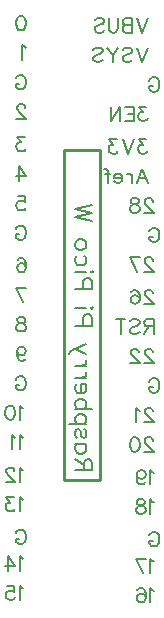
<source format=gbo>
G04 Layer: BottomSilkscreenLayer*
G04 EasyEDA v6.5.22, 2023-01-22 13:06:19*
G04 0c68e4b3833447f1a742fbae9dbd46bb,e6ab44e7981244f9a09eab8f9c412657,10*
G04 Gerber Generator version 0.2*
G04 Scale: 100 percent, Rotated: No, Reflected: No *
G04 Dimensions in millimeters *
G04 leading zeros omitted , absolute positions ,4 integer and 5 decimal *
%FSLAX45Y45*%
%MOMM*%

%ADD10C,0.1524*%
%ADD11C,0.2032*%
%ADD12C,0.2540*%

%LPD*%
D10*
X3710820Y8328901D02*
G01*
X3716408Y8340331D01*
X3728092Y8352015D01*
X3739522Y8357857D01*
X3762636Y8357857D01*
X3774320Y8352015D01*
X3785750Y8340331D01*
X3791592Y8328901D01*
X3797180Y8311629D01*
X3797180Y8282673D01*
X3791592Y8265401D01*
X3785750Y8253971D01*
X3774320Y8242287D01*
X3762636Y8236445D01*
X3739522Y8236445D01*
X3728092Y8242287D01*
X3716408Y8253971D01*
X3710820Y8265401D01*
X3710820Y8282673D01*
X3739522Y8282673D02*
G01*
X3710820Y8282673D01*
X3710820Y7053900D02*
G01*
X3716408Y7065330D01*
X3728092Y7077014D01*
X3739522Y7082856D01*
X3762636Y7082856D01*
X3774320Y7077014D01*
X3785750Y7065330D01*
X3791592Y7053900D01*
X3797180Y7036628D01*
X3797180Y7007672D01*
X3791592Y6990400D01*
X3785750Y6978970D01*
X3774320Y6967286D01*
X3762636Y6961444D01*
X3739522Y6961444D01*
X3728092Y6967286D01*
X3716408Y6978970D01*
X3710820Y6990400D01*
X3710820Y7007672D01*
X3739522Y7007672D02*
G01*
X3710820Y7007672D01*
X3710820Y4478898D02*
G01*
X3716408Y4490328D01*
X3728092Y4502012D01*
X3739522Y4507854D01*
X3762636Y4507854D01*
X3774320Y4502012D01*
X3785750Y4490328D01*
X3791592Y4478898D01*
X3797180Y4461626D01*
X3797180Y4432670D01*
X3791592Y4415398D01*
X3785750Y4403968D01*
X3774320Y4392284D01*
X3762636Y4386442D01*
X3739522Y4386442D01*
X3728092Y4392284D01*
X3716408Y4403968D01*
X3710820Y4415398D01*
X3710820Y4432670D01*
X3739522Y4432670D02*
G01*
X3710820Y4432670D01*
X3710820Y5778898D02*
G01*
X3716408Y5790328D01*
X3728092Y5802012D01*
X3739522Y5807854D01*
X3762636Y5807854D01*
X3774320Y5802012D01*
X3785750Y5790328D01*
X3791592Y5778898D01*
X3797180Y5761626D01*
X3797180Y5732670D01*
X3791592Y5715398D01*
X3785750Y5703968D01*
X3774320Y5692284D01*
X3762636Y5686442D01*
X3739522Y5686442D01*
X3728092Y5692284D01*
X3716408Y5703968D01*
X3710820Y5715398D01*
X3710820Y5732670D01*
X3739522Y5732670D02*
G01*
X3710820Y5732670D01*
X3747185Y4009694D02*
G01*
X3735755Y4015536D01*
X3718483Y4032808D01*
X3718483Y3911650D01*
X3611041Y4015536D02*
G01*
X3616883Y4026966D01*
X3634155Y4032808D01*
X3645585Y4032808D01*
X3663111Y4026966D01*
X3674541Y4009694D01*
X3680383Y3980738D01*
X3680383Y3952036D01*
X3674541Y3928922D01*
X3663111Y3917238D01*
X3645585Y3911650D01*
X3639997Y3911650D01*
X3622471Y3917238D01*
X3611041Y3928922D01*
X3605199Y3946194D01*
X3605199Y3952036D01*
X3611041Y3969308D01*
X3622471Y3980738D01*
X3639997Y3986580D01*
X3645585Y3986580D01*
X3663111Y3980738D01*
X3674541Y3969308D01*
X3680383Y3952036D01*
X3747312Y4259694D02*
G01*
X3735628Y4265536D01*
X3718356Y4282808D01*
X3718356Y4161650D01*
X3599484Y4282808D02*
G01*
X3657142Y4161650D01*
X3680256Y4282808D02*
G01*
X3599484Y4282808D01*
X3747312Y4759629D02*
G01*
X3735628Y4765471D01*
X3718356Y4782743D01*
X3718356Y4661585D01*
X3651554Y4782743D02*
G01*
X3668826Y4776901D01*
X3674668Y4765471D01*
X3674668Y4753787D01*
X3668826Y4742357D01*
X3657142Y4736515D01*
X3634028Y4730927D01*
X3616756Y4725085D01*
X3605326Y4713401D01*
X3599484Y4701971D01*
X3599484Y4684699D01*
X3605326Y4673015D01*
X3611168Y4667427D01*
X3628440Y4661585D01*
X3651554Y4661585D01*
X3668826Y4667427D01*
X3674668Y4673015D01*
X3680256Y4684699D01*
X3680256Y4701971D01*
X3674668Y4713401D01*
X3662984Y4725085D01*
X3645712Y4730927D01*
X3622598Y4736515D01*
X3611168Y4742357D01*
X3605326Y4753787D01*
X3605326Y4765471D01*
X3611168Y4776901D01*
X3628440Y4782743D01*
X3651554Y4782743D01*
X3747312Y5009756D02*
G01*
X3735628Y5015344D01*
X3718356Y5032870D01*
X3718356Y4911458D01*
X3605326Y4992230D02*
G01*
X3611168Y4974958D01*
X3622598Y4963528D01*
X3639870Y4957686D01*
X3645712Y4957686D01*
X3662984Y4963528D01*
X3674668Y4974958D01*
X3680256Y4992230D01*
X3680256Y4998072D01*
X3674668Y5015344D01*
X3662984Y5027028D01*
X3645712Y5032870D01*
X3639870Y5032870D01*
X3622598Y5027028D01*
X3611168Y5015344D01*
X3605326Y4992230D01*
X3605326Y4963528D01*
X3611168Y4934572D01*
X3622598Y4917300D01*
X3639870Y4911458D01*
X3651554Y4911458D01*
X3668826Y4917300D01*
X3674668Y4928730D01*
X3741470Y5278851D02*
G01*
X3741470Y5284693D01*
X3735628Y5296123D01*
X3730040Y5301965D01*
X3718356Y5307807D01*
X3695242Y5307807D01*
X3683812Y5301965D01*
X3677970Y5296123D01*
X3672128Y5284693D01*
X3672128Y5273009D01*
X3677970Y5261579D01*
X3689654Y5244307D01*
X3747312Y5186649D01*
X3666540Y5186649D01*
X3593642Y5307807D02*
G01*
X3611168Y5301965D01*
X3622598Y5284693D01*
X3628440Y5255737D01*
X3628440Y5238465D01*
X3622598Y5209509D01*
X3611168Y5192237D01*
X3593642Y5186649D01*
X3582212Y5186649D01*
X3564940Y5192237D01*
X3553256Y5209509D01*
X3547668Y5238465D01*
X3547668Y5255737D01*
X3553256Y5284693D01*
X3564940Y5301965D01*
X3582212Y5307807D01*
X3593642Y5307807D01*
X3741470Y5528932D02*
G01*
X3741470Y5534774D01*
X3735628Y5546204D01*
X3730040Y5552046D01*
X3718356Y5557888D01*
X3695242Y5557888D01*
X3683812Y5552046D01*
X3677970Y5546204D01*
X3672128Y5534774D01*
X3672128Y5523090D01*
X3677970Y5511660D01*
X3689654Y5494388D01*
X3747312Y5436476D01*
X3666540Y5436476D01*
X3628440Y5534774D02*
G01*
X3616756Y5540362D01*
X3599484Y5557888D01*
X3599484Y5436476D01*
X3741470Y6028870D02*
G01*
X3741470Y6034712D01*
X3735628Y6046142D01*
X3730040Y6051984D01*
X3718356Y6057826D01*
X3695242Y6057826D01*
X3683812Y6051984D01*
X3677970Y6046142D01*
X3672128Y6034712D01*
X3672128Y6023028D01*
X3677970Y6011598D01*
X3689654Y5994326D01*
X3747312Y5936414D01*
X3666540Y5936414D01*
X3622598Y6028870D02*
G01*
X3622598Y6034712D01*
X3616756Y6046142D01*
X3611168Y6051984D01*
X3599484Y6057826D01*
X3576370Y6057826D01*
X3564940Y6051984D01*
X3559098Y6046142D01*
X3553256Y6034712D01*
X3553256Y6023028D01*
X3559098Y6011598D01*
X3570528Y5994326D01*
X3628440Y5936414D01*
X3547668Y5936414D01*
X3747312Y6307886D02*
G01*
X3747312Y6186474D01*
X3747312Y6307886D02*
G01*
X3695242Y6307886D01*
X3677970Y6302044D01*
X3672128Y6296202D01*
X3666540Y6284772D01*
X3666540Y6273088D01*
X3672128Y6261658D01*
X3677970Y6255816D01*
X3695242Y6249974D01*
X3747312Y6249974D01*
X3706926Y6249974D02*
G01*
X3666540Y6186474D01*
X3547668Y6290360D02*
G01*
X3559098Y6302044D01*
X3576370Y6307886D01*
X3599484Y6307886D01*
X3616756Y6302044D01*
X3628440Y6290360D01*
X3628440Y6278930D01*
X3622598Y6267246D01*
X3616756Y6261658D01*
X3605326Y6255816D01*
X3570528Y6244386D01*
X3559098Y6238544D01*
X3553256Y6232702D01*
X3547668Y6221272D01*
X3547668Y6203746D01*
X3559098Y6192316D01*
X3576370Y6186474D01*
X3599484Y6186474D01*
X3616756Y6192316D01*
X3628440Y6203746D01*
X3468928Y6307886D02*
G01*
X3468928Y6186474D01*
X3509568Y6307886D02*
G01*
X3428542Y6307886D01*
X3741470Y6528930D02*
G01*
X3741470Y6534772D01*
X3735628Y6546202D01*
X3730040Y6552044D01*
X3718356Y6557886D01*
X3695242Y6557886D01*
X3683812Y6552044D01*
X3677970Y6546202D01*
X3672128Y6534772D01*
X3672128Y6523088D01*
X3677970Y6511658D01*
X3689654Y6494386D01*
X3747312Y6436474D01*
X3666540Y6436474D01*
X3559098Y6540360D02*
G01*
X3564940Y6552044D01*
X3582212Y6557886D01*
X3593642Y6557886D01*
X3611168Y6552044D01*
X3622598Y6534772D01*
X3628440Y6505816D01*
X3628440Y6476860D01*
X3622598Y6453746D01*
X3611168Y6442316D01*
X3593642Y6436474D01*
X3588054Y6436474D01*
X3570528Y6442316D01*
X3559098Y6453746D01*
X3553256Y6471272D01*
X3553256Y6476860D01*
X3559098Y6494386D01*
X3570528Y6505816D01*
X3588054Y6511658D01*
X3593642Y6511658D01*
X3611168Y6505816D01*
X3622598Y6494386D01*
X3628440Y6476860D01*
X3741470Y6803867D02*
G01*
X3741470Y6809709D01*
X3735628Y6821139D01*
X3730040Y6826981D01*
X3718356Y6832823D01*
X3695242Y6832823D01*
X3683812Y6826981D01*
X3677970Y6821139D01*
X3672128Y6809709D01*
X3672128Y6798025D01*
X3677970Y6786595D01*
X3689654Y6769323D01*
X3747312Y6711411D01*
X3666540Y6711411D01*
X3547668Y6832823D02*
G01*
X3605326Y6711411D01*
X3628440Y6832823D02*
G01*
X3547668Y6832823D01*
X3741470Y7303884D02*
G01*
X3741470Y7309726D01*
X3735628Y7321156D01*
X3730040Y7326998D01*
X3718356Y7332840D01*
X3695242Y7332840D01*
X3683812Y7326998D01*
X3677970Y7321156D01*
X3672128Y7309726D01*
X3672128Y7298042D01*
X3677970Y7286612D01*
X3689654Y7269340D01*
X3747312Y7211428D01*
X3666540Y7211428D01*
X3599484Y7332840D02*
G01*
X3616756Y7326998D01*
X3622598Y7315568D01*
X3622598Y7303884D01*
X3616756Y7292454D01*
X3605326Y7286612D01*
X3582212Y7280770D01*
X3564940Y7274928D01*
X3553256Y7263498D01*
X3547668Y7252068D01*
X3547668Y7234542D01*
X3553256Y7223112D01*
X3559098Y7217270D01*
X3576370Y7211428D01*
X3599484Y7211428D01*
X3616756Y7217270D01*
X3622598Y7223112D01*
X3628440Y7234542D01*
X3628440Y7252068D01*
X3622598Y7263498D01*
X3611168Y7274928D01*
X3593642Y7280770D01*
X3570528Y7286612D01*
X3559098Y7292454D01*
X3553256Y7303884D01*
X3553256Y7315568D01*
X3559098Y7326998D01*
X3576370Y7332840D01*
X3599484Y7332840D01*
X3651110Y7582776D02*
G01*
X3697338Y7461618D01*
X3651110Y7582776D02*
G01*
X3604882Y7461618D01*
X3680066Y7502004D02*
G01*
X3622154Y7502004D01*
X3566782Y7542390D02*
G01*
X3566782Y7461618D01*
X3566782Y7507592D02*
G01*
X3561194Y7525118D01*
X3549510Y7536548D01*
X3538080Y7542390D01*
X3520554Y7542390D01*
X3482454Y7507592D02*
G01*
X3413366Y7507592D01*
X3413366Y7519276D01*
X3418954Y7530706D01*
X3424796Y7536548D01*
X3436480Y7542390D01*
X3453752Y7542390D01*
X3465182Y7536548D01*
X3476866Y7525118D01*
X3482454Y7507592D01*
X3482454Y7496162D01*
X3476866Y7478890D01*
X3465182Y7467206D01*
X3453752Y7461618D01*
X3436480Y7461618D01*
X3424796Y7467206D01*
X3413366Y7478890D01*
X3329038Y7582776D02*
G01*
X3340468Y7582776D01*
X3352152Y7576934D01*
X3357994Y7559662D01*
X3357994Y7461618D01*
X3375266Y7542390D02*
G01*
X3334880Y7542390D01*
X3685692Y7832714D02*
G01*
X3622192Y7832714D01*
X3656990Y7786486D01*
X3639464Y7786486D01*
X3628034Y7780898D01*
X3622192Y7775056D01*
X3616604Y7757784D01*
X3616604Y7746100D01*
X3622192Y7728828D01*
X3633876Y7717398D01*
X3651148Y7711556D01*
X3668420Y7711556D01*
X3685692Y7717398D01*
X3691534Y7722986D01*
X3697376Y7734670D01*
X3578504Y7832714D02*
G01*
X3532276Y7711556D01*
X3486048Y7832714D02*
G01*
X3532276Y7711556D01*
X3436264Y7832714D02*
G01*
X3372764Y7832714D01*
X3407562Y7786486D01*
X3390290Y7786486D01*
X3378606Y7780898D01*
X3372764Y7775056D01*
X3367176Y7757784D01*
X3367176Y7746100D01*
X3372764Y7728828D01*
X3384448Y7717398D01*
X3401720Y7711556D01*
X3418992Y7711556D01*
X3436264Y7717398D01*
X3442106Y7722986D01*
X3447948Y7734670D01*
X3685692Y8107646D02*
G01*
X3622192Y8107646D01*
X3656990Y8061672D01*
X3639464Y8061672D01*
X3628034Y8055830D01*
X3622192Y8049988D01*
X3616604Y8032716D01*
X3616604Y8021286D01*
X3622192Y8003760D01*
X3633876Y7992330D01*
X3651148Y7986488D01*
X3668420Y7986488D01*
X3685692Y7992330D01*
X3691534Y7998172D01*
X3697376Y8009602D01*
X3578504Y8107646D02*
G01*
X3578504Y7986488D01*
X3578504Y8107646D02*
G01*
X3503320Y8107646D01*
X3578504Y8049988D02*
G01*
X3532276Y8049988D01*
X3578504Y7986488D02*
G01*
X3503320Y7986488D01*
X3465220Y8107646D02*
G01*
X3465220Y7986488D01*
X3465220Y8107646D02*
G01*
X3384448Y7986488D01*
X3384448Y8107646D02*
G01*
X3384448Y7986488D01*
X3697376Y8607732D02*
G01*
X3651148Y8486574D01*
X3604920Y8607732D02*
G01*
X3651148Y8486574D01*
X3486048Y8590460D02*
G01*
X3497478Y8601890D01*
X3515004Y8607732D01*
X3537864Y8607732D01*
X3555390Y8601890D01*
X3566820Y8590460D01*
X3566820Y8578776D01*
X3560978Y8567346D01*
X3555390Y8561504D01*
X3543706Y8555916D01*
X3509162Y8544232D01*
X3497478Y8538390D01*
X3491890Y8532802D01*
X3486048Y8521118D01*
X3486048Y8503846D01*
X3497478Y8492416D01*
X3515004Y8486574D01*
X3537864Y8486574D01*
X3555390Y8492416D01*
X3566820Y8503846D01*
X3447948Y8607732D02*
G01*
X3401720Y8550074D01*
X3401720Y8486574D01*
X3355492Y8607732D02*
G01*
X3401720Y8550074D01*
X3236620Y8590460D02*
G01*
X3248304Y8601890D01*
X3265576Y8607732D01*
X3288690Y8607732D01*
X3305962Y8601890D01*
X3317392Y8590460D01*
X3317392Y8578776D01*
X3311804Y8567346D01*
X3305962Y8561504D01*
X3294278Y8555916D01*
X3259734Y8544232D01*
X3248304Y8538390D01*
X3242462Y8532802D01*
X3236620Y8521118D01*
X3236620Y8503846D01*
X3248304Y8492416D01*
X3265576Y8486574D01*
X3288690Y8486574D01*
X3305962Y8492416D01*
X3317392Y8503846D01*
X3697376Y8857856D02*
G01*
X3651148Y8736444D01*
X3604920Y8857856D02*
G01*
X3651148Y8736444D01*
X3566820Y8857856D02*
G01*
X3566820Y8736444D01*
X3566820Y8857856D02*
G01*
X3515004Y8857856D01*
X3497478Y8852014D01*
X3491890Y8846172D01*
X3486048Y8834742D01*
X3486048Y8823058D01*
X3491890Y8811628D01*
X3497478Y8805786D01*
X3515004Y8799944D01*
X3566820Y8799944D02*
G01*
X3515004Y8799944D01*
X3497478Y8794356D01*
X3491890Y8788514D01*
X3486048Y8776830D01*
X3486048Y8759558D01*
X3491890Y8748128D01*
X3497478Y8742286D01*
X3515004Y8736444D01*
X3566820Y8736444D01*
X3447948Y8857856D02*
G01*
X3447948Y8771242D01*
X3442106Y8753970D01*
X3430676Y8742286D01*
X3413404Y8736444D01*
X3401720Y8736444D01*
X3384448Y8742286D01*
X3372764Y8753970D01*
X3367176Y8771242D01*
X3367176Y8857856D01*
X3248304Y8840330D02*
G01*
X3259734Y8852014D01*
X3277006Y8857856D01*
X3300120Y8857856D01*
X3317392Y8852014D01*
X3329076Y8840330D01*
X3329076Y8828900D01*
X3323234Y8817470D01*
X3317392Y8811628D01*
X3305962Y8805786D01*
X3271164Y8794356D01*
X3259734Y8788514D01*
X3253892Y8782672D01*
X3248304Y8771242D01*
X3248304Y8753970D01*
X3259734Y8742286D01*
X3277006Y8736444D01*
X3300120Y8736444D01*
X3317392Y8742286D01*
X3329076Y8753970D01*
X2580144Y8348586D02*
G01*
X2585732Y8360016D01*
X2597416Y8371700D01*
X2608846Y8377542D01*
X2631960Y8377542D01*
X2643644Y8371700D01*
X2655074Y8360016D01*
X2660916Y8348586D01*
X2666504Y8331314D01*
X2666504Y8302358D01*
X2660916Y8285086D01*
X2655074Y8273656D01*
X2643644Y8261972D01*
X2631960Y8256130D01*
X2608846Y8256130D01*
X2597416Y8261972D01*
X2585732Y8273656D01*
X2580144Y8285086D01*
X2580144Y8302358D01*
X2608846Y8302358D02*
G01*
X2580144Y8302358D01*
X2580144Y7073585D02*
G01*
X2585732Y7085015D01*
X2597416Y7096699D01*
X2608846Y7102541D01*
X2631960Y7102541D01*
X2643644Y7096699D01*
X2655074Y7085015D01*
X2660916Y7073585D01*
X2666504Y7056313D01*
X2666504Y7027357D01*
X2660916Y7010085D01*
X2655074Y6998655D01*
X2643644Y6986971D01*
X2631960Y6981129D01*
X2608846Y6981129D01*
X2597416Y6986971D01*
X2585732Y6998655D01*
X2580144Y7010085D01*
X2580144Y7027357D01*
X2608846Y7027357D02*
G01*
X2580144Y7027357D01*
X2580144Y4498583D02*
G01*
X2585732Y4510013D01*
X2597416Y4521697D01*
X2608846Y4527539D01*
X2631960Y4527539D01*
X2643644Y4521697D01*
X2655074Y4510013D01*
X2660916Y4498583D01*
X2666504Y4481311D01*
X2666504Y4452355D01*
X2660916Y4435083D01*
X2655074Y4423653D01*
X2643644Y4411969D01*
X2631960Y4406127D01*
X2608846Y4406127D01*
X2597416Y4411969D01*
X2585732Y4423653D01*
X2580144Y4435083D01*
X2580144Y4452355D01*
X2608846Y4452355D02*
G01*
X2580144Y4452355D01*
X2580144Y5798583D02*
G01*
X2585732Y5810013D01*
X2597416Y5821697D01*
X2608846Y5827539D01*
X2631960Y5827539D01*
X2643644Y5821697D01*
X2655074Y5810013D01*
X2660916Y5798583D01*
X2666504Y5781311D01*
X2666504Y5752355D01*
X2660916Y5735083D01*
X2655074Y5723653D01*
X2643644Y5711969D01*
X2631960Y5706127D01*
X2608846Y5706127D01*
X2597416Y5711969D01*
X2585732Y5723653D01*
X2580144Y5735083D01*
X2580144Y5752355D01*
X2608846Y5752355D02*
G01*
X2580144Y5752355D01*
X2632100Y8877477D02*
G01*
X2649372Y8871635D01*
X2660802Y8854363D01*
X2666644Y8825407D01*
X2666644Y8808135D01*
X2660802Y8779433D01*
X2649372Y8761907D01*
X2632100Y8756319D01*
X2620416Y8756319D01*
X2603144Y8761907D01*
X2591460Y8779433D01*
X2585872Y8808135D01*
X2585872Y8825407D01*
X2591460Y8854363D01*
X2603144Y8871635D01*
X2620416Y8877477D01*
X2632100Y8877477D01*
X2666644Y8604364D02*
G01*
X2654960Y8610206D01*
X2637688Y8627478D01*
X2637688Y8506320D01*
X2660802Y8098584D02*
G01*
X2660802Y8104426D01*
X2654960Y8115856D01*
X2649372Y8121698D01*
X2637688Y8127540D01*
X2614574Y8127540D01*
X2603144Y8121698D01*
X2597302Y8115856D01*
X2591460Y8104426D01*
X2591460Y8092742D01*
X2597302Y8081312D01*
X2608986Y8064040D01*
X2666644Y8006128D01*
X2585872Y8006128D01*
X2654960Y7852417D02*
G01*
X2591460Y7852417D01*
X2626258Y7806189D01*
X2608986Y7806189D01*
X2597302Y7800601D01*
X2591460Y7794759D01*
X2585872Y7777487D01*
X2585872Y7765803D01*
X2591460Y7748531D01*
X2603144Y7737101D01*
X2620416Y7731259D01*
X2637688Y7731259D01*
X2654960Y7737101D01*
X2660802Y7742689D01*
X2666644Y7754373D01*
X2608986Y7602331D02*
G01*
X2666644Y7521559D01*
X2580030Y7521559D01*
X2608986Y7602331D02*
G01*
X2608986Y7481173D01*
X2597302Y7352403D02*
G01*
X2654960Y7352403D01*
X2660802Y7300587D01*
X2654960Y7306175D01*
X2637688Y7312017D01*
X2620416Y7312017D01*
X2603144Y7306175D01*
X2591460Y7294745D01*
X2585872Y7277473D01*
X2585872Y7265789D01*
X2591460Y7248517D01*
X2603144Y7237087D01*
X2620416Y7231245D01*
X2637688Y7231245D01*
X2654960Y7237087D01*
X2660802Y7242675D01*
X2666644Y7254359D01*
X2597302Y6810189D02*
G01*
X2603144Y6821619D01*
X2620416Y6827461D01*
X2632100Y6827461D01*
X2649372Y6821619D01*
X2660802Y6804347D01*
X2666644Y6775391D01*
X2666644Y6746689D01*
X2660802Y6723575D01*
X2649372Y6711891D01*
X2632100Y6706303D01*
X2626258Y6706303D01*
X2608986Y6711891D01*
X2597302Y6723575D01*
X2591460Y6740847D01*
X2591460Y6746689D01*
X2597302Y6763961D01*
X2608986Y6775391D01*
X2626258Y6781233D01*
X2632100Y6781233D01*
X2649372Y6775391D01*
X2660802Y6763961D01*
X2666644Y6746689D01*
X2585872Y6577525D02*
G01*
X2643530Y6456113D01*
X2666644Y6577525D02*
G01*
X2585872Y6577525D01*
X2637736Y6327394D02*
G01*
X2655008Y6321552D01*
X2660850Y6310121D01*
X2660850Y6298692D01*
X2655008Y6287007D01*
X2643578Y6281165D01*
X2620464Y6275578D01*
X2603192Y6269736D01*
X2591508Y6258052D01*
X2585920Y6246621D01*
X2585920Y6229350D01*
X2591508Y6217665D01*
X2597350Y6212078D01*
X2614622Y6206236D01*
X2637736Y6206236D01*
X2655008Y6212078D01*
X2660850Y6217665D01*
X2666692Y6229350D01*
X2666692Y6246621D01*
X2660850Y6258052D01*
X2649420Y6269736D01*
X2631894Y6275578D01*
X2608780Y6281165D01*
X2597350Y6287007D01*
X2591508Y6298692D01*
X2591508Y6310121D01*
X2597350Y6321552D01*
X2614622Y6327394D01*
X2637736Y6327394D01*
X2591460Y6036932D02*
G01*
X2597302Y6019660D01*
X2608986Y6008230D01*
X2626258Y6002388D01*
X2632100Y6002388D01*
X2649372Y6008230D01*
X2660802Y6019660D01*
X2666644Y6036932D01*
X2666644Y6042774D01*
X2660802Y6060046D01*
X2649372Y6071730D01*
X2632100Y6077572D01*
X2626258Y6077572D01*
X2608986Y6071730D01*
X2597302Y6060046D01*
X2591460Y6036932D01*
X2591460Y6008230D01*
X2597302Y5979274D01*
X2608986Y5962002D01*
X2626258Y5956160D01*
X2637688Y5956160D01*
X2654960Y5962002D01*
X2660802Y5973432D01*
X2641607Y5554266D02*
G01*
X2629923Y5560108D01*
X2612651Y5577380D01*
X2612651Y5456222D01*
X2540007Y5577380D02*
G01*
X2557279Y5571792D01*
X2568963Y5554266D01*
X2574551Y5525564D01*
X2574551Y5508292D01*
X2568963Y5479336D01*
X2557279Y5462064D01*
X2540007Y5456222D01*
X2528323Y5456222D01*
X2511051Y5462064D01*
X2499621Y5479336D01*
X2493779Y5508292D01*
X2493779Y5525564D01*
X2499621Y5554266D01*
X2511051Y5571792D01*
X2528323Y5577380D01*
X2540007Y5577380D01*
X2641498Y5304396D02*
G01*
X2630068Y5310238D01*
X2612796Y5327510D01*
X2612796Y5206098D01*
X2574696Y5304396D02*
G01*
X2563012Y5310238D01*
X2545740Y5327510D01*
X2545740Y5206098D01*
X2641498Y5029459D02*
G01*
X2630068Y5035047D01*
X2612796Y5052573D01*
X2612796Y4931161D01*
X2568854Y5023617D02*
G01*
X2568854Y5029459D01*
X2563012Y5040889D01*
X2557424Y5046731D01*
X2545740Y5052573D01*
X2522626Y5052573D01*
X2511196Y5046731D01*
X2505354Y5040889D01*
X2499512Y5029459D01*
X2499512Y5017775D01*
X2505354Y5006345D01*
X2516784Y4989073D01*
X2574696Y4931161D01*
X2493924Y4931161D01*
X2641498Y4779378D02*
G01*
X2630068Y4785220D01*
X2612796Y4802492D01*
X2612796Y4681334D01*
X2563012Y4802492D02*
G01*
X2499512Y4802492D01*
X2534310Y4756264D01*
X2516784Y4756264D01*
X2505354Y4750422D01*
X2499512Y4744834D01*
X2493924Y4727308D01*
X2493924Y4715878D01*
X2499512Y4698606D01*
X2511196Y4686922D01*
X2528468Y4681334D01*
X2545740Y4681334D01*
X2563012Y4686922D01*
X2568854Y4692764D01*
X2574696Y4704194D01*
X2641498Y4279442D02*
G01*
X2630068Y4285030D01*
X2612796Y4302556D01*
X2612796Y4181144D01*
X2516784Y4302556D02*
G01*
X2574696Y4221530D01*
X2488082Y4221530D01*
X2516784Y4302556D02*
G01*
X2516784Y4181144D01*
X2641498Y4029316D02*
G01*
X2630068Y4035158D01*
X2612796Y4052430D01*
X2612796Y3931272D01*
X2505354Y4052430D02*
G01*
X2563012Y4052430D01*
X2568854Y4000614D01*
X2563012Y4006202D01*
X2545740Y4012044D01*
X2528468Y4012044D01*
X2511196Y4006202D01*
X2499512Y3994772D01*
X2493924Y3977500D01*
X2493924Y3965816D01*
X2499512Y3948544D01*
X2511196Y3937114D01*
X2528468Y3931272D01*
X2545740Y3931272D01*
X2563012Y3937114D01*
X2568854Y3942702D01*
X2574696Y3954386D01*
D11*
X3227184Y5029200D02*
G01*
X3081713Y5029200D01*
X3227184Y5029200D02*
G01*
X3227184Y5091544D01*
X3220257Y5112326D01*
X3213331Y5119255D01*
X3199475Y5126182D01*
X3185622Y5126182D01*
X3171766Y5119255D01*
X3164840Y5112326D01*
X3157913Y5091544D01*
X3157913Y5029200D01*
X3157913Y5077691D02*
G01*
X3081713Y5126182D01*
X3178695Y5255028D02*
G01*
X3081713Y5255028D01*
X3157913Y5255028D02*
G01*
X3171766Y5241175D01*
X3178695Y5227320D01*
X3178695Y5206537D01*
X3171766Y5192684D01*
X3157913Y5178828D01*
X3137131Y5171902D01*
X3123275Y5171902D01*
X3102495Y5178828D01*
X3088640Y5192684D01*
X3081713Y5206537D01*
X3081713Y5227320D01*
X3088640Y5241175D01*
X3102495Y5255028D01*
X3157913Y5376948D02*
G01*
X3171766Y5370022D01*
X3178695Y5349239D01*
X3178695Y5328457D01*
X3171766Y5307675D01*
X3157913Y5300748D01*
X3144057Y5307675D01*
X3137131Y5321531D01*
X3130204Y5356166D01*
X3123275Y5370022D01*
X3109422Y5376948D01*
X3102495Y5376948D01*
X3088640Y5370022D01*
X3081713Y5349239D01*
X3081713Y5328457D01*
X3088640Y5307675D01*
X3102495Y5300748D01*
X3178695Y5422668D02*
G01*
X3033222Y5422668D01*
X3157913Y5422668D02*
G01*
X3171766Y5436524D01*
X3178695Y5450377D01*
X3178695Y5471160D01*
X3171766Y5485015D01*
X3157913Y5498868D01*
X3137131Y5505795D01*
X3123275Y5505795D01*
X3102495Y5498868D01*
X3088640Y5485015D01*
X3081713Y5471160D01*
X3081713Y5450377D01*
X3088640Y5436524D01*
X3102495Y5422668D01*
X3227184Y5551515D02*
G01*
X3081713Y5551515D01*
X3157913Y5551515D02*
G01*
X3171766Y5565371D01*
X3178695Y5579224D01*
X3178695Y5600006D01*
X3171766Y5613862D01*
X3157913Y5627715D01*
X3137131Y5634644D01*
X3123275Y5634644D01*
X3102495Y5627715D01*
X3088640Y5613862D01*
X3081713Y5600006D01*
X3081713Y5579224D01*
X3088640Y5565371D01*
X3102495Y5551515D01*
X3137131Y5680364D02*
G01*
X3137131Y5763491D01*
X3150984Y5763491D01*
X3164840Y5756564D01*
X3171766Y5749635D01*
X3178695Y5735782D01*
X3178695Y5715000D01*
X3171766Y5701144D01*
X3157913Y5687291D01*
X3137131Y5680364D01*
X3123275Y5680364D01*
X3102495Y5687291D01*
X3088640Y5701144D01*
X3081713Y5715000D01*
X3081713Y5735782D01*
X3088640Y5749635D01*
X3102495Y5763491D01*
X3178695Y5809211D02*
G01*
X3081713Y5809211D01*
X3137131Y5809211D02*
G01*
X3157913Y5816137D01*
X3171766Y5829993D01*
X3178695Y5843846D01*
X3178695Y5864628D01*
X3178695Y5910348D02*
G01*
X3081713Y5910348D01*
X3137131Y5910348D02*
G01*
X3157913Y5917275D01*
X3171766Y5931131D01*
X3178695Y5944984D01*
X3178695Y5965766D01*
X3178695Y6018415D02*
G01*
X3081713Y6059977D01*
X3178695Y6101542D02*
G01*
X3081713Y6059977D01*
X3054004Y6046124D01*
X3040148Y6032268D01*
X3033222Y6018415D01*
X3033222Y6011486D01*
X3227184Y6253942D02*
G01*
X3081713Y6253942D01*
X3227184Y6253942D02*
G01*
X3227184Y6316286D01*
X3220257Y6337068D01*
X3213331Y6343995D01*
X3199475Y6350924D01*
X3178695Y6350924D01*
X3164840Y6343995D01*
X3157913Y6337068D01*
X3150984Y6316286D01*
X3150984Y6253942D01*
X3227184Y6396644D02*
G01*
X3220257Y6403571D01*
X3227184Y6410497D01*
X3234113Y6403571D01*
X3227184Y6396644D01*
X3178695Y6403571D02*
G01*
X3081713Y6403571D01*
X3227184Y6562897D02*
G01*
X3081713Y6562897D01*
X3227184Y6562897D02*
G01*
X3227184Y6625244D01*
X3220257Y6646024D01*
X3213331Y6652953D01*
X3199475Y6659879D01*
X3178695Y6659879D01*
X3164840Y6652953D01*
X3157913Y6646024D01*
X3150984Y6625244D01*
X3150984Y6562897D01*
X3227184Y6705600D02*
G01*
X3220257Y6712526D01*
X3227184Y6719455D01*
X3234113Y6712526D01*
X3227184Y6705600D01*
X3178695Y6712526D02*
G01*
X3081713Y6712526D01*
X3157913Y6848302D02*
G01*
X3171766Y6834446D01*
X3178695Y6820593D01*
X3178695Y6799811D01*
X3171766Y6785955D01*
X3157913Y6772102D01*
X3137131Y6765175D01*
X3123275Y6765175D01*
X3102495Y6772102D01*
X3088640Y6785955D01*
X3081713Y6799811D01*
X3081713Y6820593D01*
X3088640Y6834446D01*
X3102495Y6848302D01*
X3178695Y6928657D02*
G01*
X3171766Y6914804D01*
X3157913Y6900948D01*
X3137131Y6894022D01*
X3123275Y6894022D01*
X3102495Y6900948D01*
X3088640Y6914804D01*
X3081713Y6928657D01*
X3081713Y6949439D01*
X3088640Y6963295D01*
X3102495Y6977148D01*
X3123275Y6984075D01*
X3137131Y6984075D01*
X3157913Y6977148D01*
X3171766Y6963295D01*
X3178695Y6949439D01*
X3178695Y6928657D01*
X3227184Y7136475D02*
G01*
X3081713Y7171113D01*
X3227184Y7205748D02*
G01*
X3081713Y7171113D01*
X3227184Y7205748D02*
G01*
X3081713Y7240384D01*
X3227184Y7275022D02*
G01*
X3081713Y7240384D01*
D12*
X2993110Y7742265D02*
G01*
X3297910Y7742265D01*
X3297910Y4948265D01*
X2993110Y4948265D01*
X2993110Y7742265D01*
M02*

</source>
